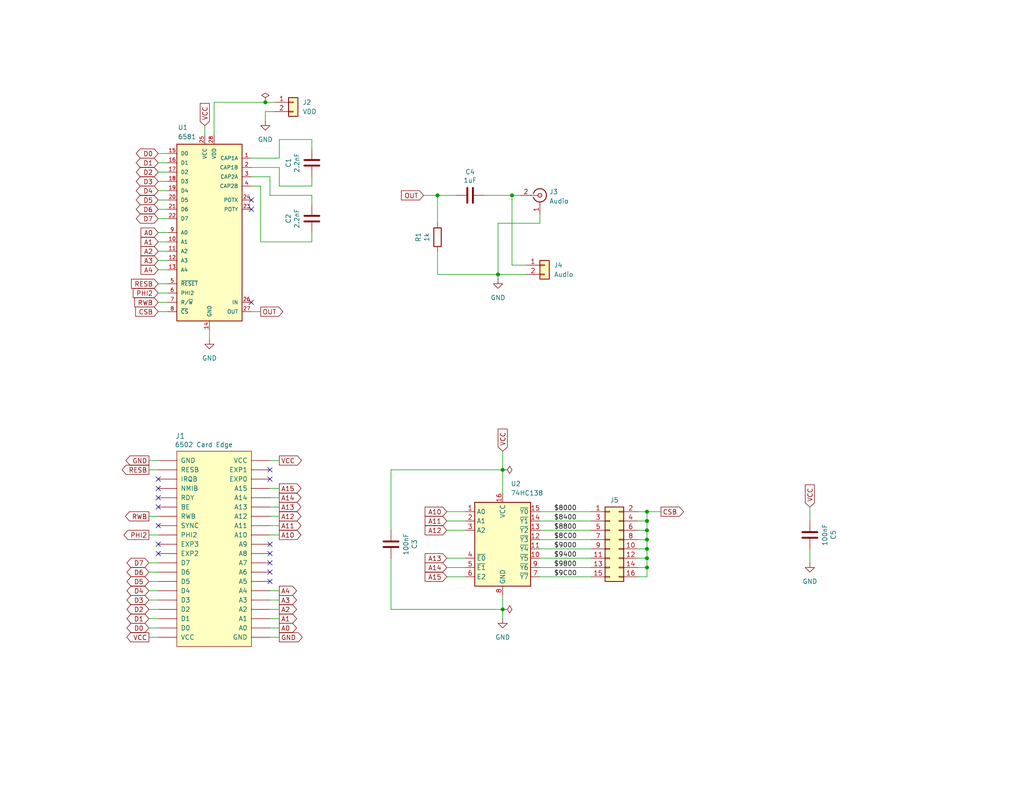
<source format=kicad_sch>
(kicad_sch (version 20250114) (generator "eeschema") (generator_version "9.0")
  (paper "USLetter")
  (title_block (title "6502 Sound Card") (date "2026-01-11") (rev "1.0") (company "A.C. Wright Design"))
  (lib_symbols
    (symbol "6502 Parts:6502 Card Edge" (pin_names (offset 1.016)) (in_bom no)
      (property "Reference" "J" (at -10.16 28.448 0))
      (property "Value" "6502 Card Edge" (at -5.588 26.924 0))
      (symbol "6502 Card Edge_1_0"
        (rectangle (start -10.16 25.4) (end 10.16 -27.94) (fill (type background)))
        (pin power_in line (at -15.24 22.86 0) (length 5.08) (name "GND") (number "GND"))
        (pin bidirectional line (at -15.24 20.32 0) (length 5.08) (name "RESB") (number "RESB"))
        (pin bidirectional line (at -15.24 17.78 0) (length 5.08) (name "IRQB") (number "IRQB"))
        (pin bidirectional line (at -15.24 15.24 0) (length 5.08) (name "NMIB") (number "NMIB"))
        (pin bidirectional line (at -15.24 12.7 0) (length 5.08) (name "RDY") (number "RDY"))
        (pin bidirectional line (at -15.24 10.16 0) (length 5.08) (name "BE") (number "BE"))
        (pin bidirectional line (at -15.24 7.62 0) (length 5.08) (name "RWB") (number "RWB"))
        (pin bidirectional line (at -15.24 5.08 0) (length 5.08) (name "SYNC") (number "SYNC"))
        (pin bidirectional line (at -15.24 2.54 0) (length 5.08) (name "PHI2") (number "PHI2"))
        (pin bidirectional line (at -15.24 0 0) (length 5.08) (name "EXP3") (number "EXP3"))
        (pin bidirectional line (at -15.24 -2.54 0) (length 5.08) (name "EXP2") (number "EXP2"))
        (pin bidirectional line (at -15.24 -5.08 0) (length 5.08) (name "D7") (number "D7"))
        (pin bidirectional line (at -15.24 -7.62 0) (length 5.08) (name "D6") (number "D6"))
        (pin bidirectional line (at -15.24 -10.16 0) (length 5.08) (name "D5") (number "D5"))
        (pin bidirectional line (at -15.24 -12.7 0) (length 5.08) (name "D4") (number "D4"))
        (pin bidirectional line (at -15.24 -15.24 0) (length 5.08) (name "D3") (number "D3"))
        (pin bidirectional line (at -15.24 -17.78 0) (length 5.08) (name "D2") (number "D2"))
        (pin bidirectional line (at -15.24 -20.32 0) (length 5.08) (name "D1") (number "D1"))
        (pin bidirectional line (at -15.24 -22.86 0) (length 5.08) (name "D0") (number "D0"))
        (pin power_in line (at -15.24 -25.4 0) (length 5.08) (name "VCC") (number "VCC"))
        (pin power_in line (at 15.24 22.86 180) (length 5.08) (name "VCC") (number "VCC"))
        (pin bidirectional line (at 15.24 20.32 180) (length 5.08) (name "EXP1") (number "EXP1"))
        (pin bidirectional line (at 15.24 17.78 180) (length 5.08) (name "EXP0") (number "EXP0"))
        (pin bidirectional line (at 15.24 15.24 180) (length 5.08) (name "A15") (number "A15"))
        (pin bidirectional line (at 15.24 12.7 180) (length 5.08) (name "A14") (number "A14"))
        (pin bidirectional line (at 15.24 10.16 180) (length 5.08) (name "A13") (number "A13"))
        (pin bidirectional line (at 15.24 7.62 180) (length 5.08) (name "A12") (number "A12"))
        (pin bidirectional line (at 15.24 5.08 180) (length 5.08) (name "A11") (number "A11"))
        (pin bidirectional line (at 15.24 2.54 180) (length 5.08) (name "A10") (number "A10"))
        (pin bidirectional line (at 15.24 0 180) (length 5.08) (name "A9") (number "A9"))
        (pin bidirectional line (at 15.24 -2.54 180) (length 5.08) (name "A8") (number "A8"))
        (pin bidirectional line (at 15.24 -5.08 180) (length 5.08) (name "A7") (number "A7"))
        (pin bidirectional line (at 15.24 -7.62 180) (length 5.08) (name "A6") (number "A6"))
        (pin bidirectional line (at 15.24 -10.16 180) (length 5.08) (name "A5") (number "A5"))
        (pin bidirectional line (at 15.24 -12.7 180) (length 5.08) (name "A4") (number "A4"))
        (pin bidirectional line (at 15.24 -15.24 180) (length 5.08) (name "A3") (number "A3"))
        (pin bidirectional line (at 15.24 -17.78 180) (length 5.08) (name "A2") (number "A2"))
        (pin bidirectional line (at 15.24 -20.32 180) (length 5.08) (name "A1") (number "A1"))
        (pin bidirectional line (at 15.24 -22.86 180) (length 5.08) (name "A0") (number "A0"))
        (pin power_in line (at 15.24 -25.4 180) (length 5.08) (name "GND") (number "GND"))
      )
    )
    (symbol "6502 Parts:6581" (pin_names (offset 1.016))
      (property "Reference" "U" (at -8.128 27.432 0))
      (property "Value" "6581" (at -6.604 25.146 0))
      (symbol "6581_0_0"
        (rectangle (start -8.89 24.13) (end 8.89 -24.13) (stroke (width 0.25)) (fill (type background)))
      )
      (symbol "6581_1_0"
        (pin bidirectional line (at -11.43 21.59 0) (length 2.54) (name "D0") (number "15"))
        (pin bidirectional line (at -11.43 19.05 0) (length 2.54) (name "D1") (number "16"))
        (pin bidirectional line (at -11.43 16.51 0) (length 2.54) (name "D2") (number "17"))
        (pin bidirectional line (at -11.43 13.97 0) (length 2.54) (name "D3") (number "18"))
        (pin bidirectional line (at -11.43 11.43 0) (length 2.54) (name "D4") (number "19"))
        (pin bidirectional line (at -11.43 8.89 0) (length 2.54) (name "D5") (number "20"))
        (pin bidirectional line (at -11.43 6.35 0) (length 2.54) (name "D6") (number "21"))
        (pin bidirectional line (at -11.43 3.81 0) (length 2.54) (name "D7") (number "22"))
        (pin input line (at -11.43 0 0) (length 2.54) (name "A0") (number "9"))
        (pin input line (at -11.43 -2.54 0) (length 2.54) (name "A1") (number "10"))
        (pin input line (at -11.43 -5.08 0) (length 2.54) (name "A2") (number "11"))
        (pin input line (at -11.43 -7.62 0) (length 2.54) (name "A3") (number "12"))
        (pin input line (at -11.43 -10.16 0) (length 2.54) (name "A4") (number "13"))
        (pin input line (at -11.43 -13.97 0) (length 2.54) (name "~{RESET}") (number "5"))
        (pin input line (at -11.43 -16.51 0) (length 2.54) (name "PHI2") (number "6"))
        (pin input line (at -11.43 -19.05 0) (length 2.54) (name "R/~{W}") (number "7"))
        (pin input line (at -11.43 -21.59 0) (length 2.54) (name "~{CS}") (number "8"))
        (pin power_in line (at -1.27 26.67 270) (length 2.54) (name "VCC") (number "25"))
        (pin power_in line (at 0 -26.67 90) (length 2.54) (name "GND") (number "14"))
        (pin power_in line (at 1.27 26.67 270) (length 2.54) (name "VDD") (number "28"))
        (pin input line (at 11.43 20.32 180) (length 2.54) (name "CAP1A") (number "1"))
        (pin input line (at 11.43 17.78 180) (length 2.54) (name "CAP1B") (number "2"))
        (pin input line (at 11.43 15.24 180) (length 2.54) (name "CAP2A") (number "3"))
        (pin input line (at 11.43 12.7 180) (length 2.54) (name "CAP2B") (number "4"))
        (pin input line (at 11.43 8.89 180) (length 2.54) (name "POTX") (number "24"))
        (pin input line (at 11.43 6.35 180) (length 2.54) (name "POTY") (number "23"))
        (pin passive line (at 11.43 -19.05 180) (length 2.54) (name "IN") (number "26"))
        (pin passive line (at 11.43 -21.59 180) (length 2.54) (name "OUT") (number "27"))
      )
    )
    (symbol "6502 Parts:PJRAN1X1U02X" (pin_names (offset 1.016) (hide yes)) (in_bom no)
      (property "Reference" "J" (at 0.254 3.048 0))
      (property "Value" "PJRAN1X1U02X" (at 2.921 0 90))
      (symbol "PJRAN1X1U02X_0_1"
        (polyline (pts (xy -2.54 0) (xy -0.508 0)))
        (arc (start 1.778 0) (mid 0.222 -1.8079) (end -1.778 -0.508) (stroke (width 0.254)))
        (arc (start -1.778 0.508) (mid 0.2221 1.8084) (end 1.778 0) (stroke (width 0.254)))
        (circle (center 0 0) (radius 0.508) (stroke (width 0.2032)))
        (polyline (pts (xy 0 -2.54) (xy 0 -1.778)))
      )
      (symbol "PJRAN1X1U02X_1_1"
        (pin passive line (at -5.08 0 0) (length 2.54) (name "In") (number "2"))
        (pin passive line (at 0 -5.08 90) (length 2.54) (name "Ext") (number "1"))
      )
    )
    (symbol "74xx:74HC138"
      (property "Reference" "U" (at -7.62 13.97 0))
      (property "Value" "74HC138" (at 2.54 -11.43 0))
      (symbol "74HC138_0_1"
        (rectangle (start -7.62 12.7) (end 7.62 -10.16) (stroke (width 0.254)) (fill (type background)))
      )
      (symbol "74HC138_1_1"
        (pin input line (at -10.16 10.16 0) (length 2.54) (name "A0") (number "1"))
        (pin input line (at -10.16 7.62 0) (length 2.54) (name "A1") (number "2"))
        (pin input line (at -10.16 5.08 0) (length 2.54) (name "A2") (number "3"))
        (pin input line (at -10.16 -2.54 0) (length 2.54) (name "~{E0}") (number "4"))
        (pin input line (at -10.16 -5.08 0) (length 2.54) (name "~{E1}") (number "5"))
        (pin input line (at -10.16 -7.62 0) (length 2.54) (name "E2") (number "6"))
        (pin power_in line (at 0 15.24 270) (length 2.54) (name "VCC") (number "16"))
        (pin power_in line (at 0 -12.7 90) (length 2.54) (name "GND") (number "8"))
        (pin output line (at 10.16 10.16 180) (length 2.54) (name "~{Y0}") (number "15"))
        (pin output line (at 10.16 7.62 180) (length 2.54) (name "~{Y1}") (number "14"))
        (pin output line (at 10.16 5.08 180) (length 2.54) (name "~{Y2}") (number "13"))
        (pin output line (at 10.16 2.54 180) (length 2.54) (name "~{Y3}") (number "12"))
        (pin output line (at 10.16 0 180) (length 2.54) (name "~{Y4}") (number "11"))
        (pin output line (at 10.16 -2.54 180) (length 2.54) (name "~{Y5}") (number "10"))
        (pin output line (at 10.16 -5.08 180) (length 2.54) (name "~{Y6}") (number "9"))
        (pin output line (at 10.16 -7.62 180) (length 2.54) (name "~{Y7}") (number "7"))
      )
    )
    (symbol "Connector_Generic:Conn_01x02" (pin_names (offset 1.016) (hide yes))
      (property "Reference" "J" (at 0 2.54 0))
      (property "Value" "Conn_01x02" (at 0 -5.08 0))
      (symbol "Conn_01x02_1_1"
        (rectangle (start -1.27 1.27) (end 1.27 -3.81) (stroke (width 0.254)) (fill (type background)))
        (rectangle (start -1.27 0.127) (end 0 -0.127) (stroke (width 0.1524)))
        (rectangle (start -1.27 -2.413) (end 0 -2.667) (stroke (width 0.1524)))
        (pin passive line (at -5.08 0 0) (length 3.81) (name "Pin_1") (number "1"))
        (pin passive line (at -5.08 -2.54 0) (length 3.81) (name "Pin_2") (number "2"))
      )
    )
    (symbol "Connector_Generic:Conn_02x08_Odd_Even" (pin_names (offset 1.016) (hide yes))
      (property "Reference" "J" (at 1.27 10.16 0))
      (property "Value" "Conn_02x08_Odd_Even" (at 1.27 -12.7 0))
      (symbol "Conn_02x08_Odd_Even_1_1"
        (rectangle (start -1.27 8.89) (end 3.81 -11.43) (stroke (width 0.254)) (fill (type background)))
        (rectangle (start -1.27 7.747) (end 0 7.493) (stroke (width 0.1524)))
        (rectangle (start -1.27 5.207) (end 0 4.953) (stroke (width 0.1524)))
        (rectangle (start -1.27 2.667) (end 0 2.413) (stroke (width 0.1524)))
        (rectangle (start -1.27 0.127) (end 0 -0.127) (stroke (width 0.1524)))
        (rectangle (start -1.27 -2.413) (end 0 -2.667) (stroke (width 0.1524)))
        (rectangle (start -1.27 -4.953) (end 0 -5.207) (stroke (width 0.1524)))
        (rectangle (start -1.27 -7.493) (end 0 -7.747) (stroke (width 0.1524)))
        (rectangle (start -1.27 -10.033) (end 0 -10.287) (stroke (width 0.1524)))
        (rectangle (start 3.81 7.747) (end 2.54 7.493) (stroke (width 0.1524)))
        (rectangle (start 3.81 5.207) (end 2.54 4.953) (stroke (width 0.1524)))
        (rectangle (start 3.81 2.667) (end 2.54 2.413) (stroke (width 0.1524)))
        (rectangle (start 3.81 0.127) (end 2.54 -0.127) (stroke (width 0.1524)))
        (rectangle (start 3.81 -2.413) (end 2.54 -2.667) (stroke (width 0.1524)))
        (rectangle (start 3.81 -4.953) (end 2.54 -5.207) (stroke (width 0.1524)))
        (rectangle (start 3.81 -7.493) (end 2.54 -7.747) (stroke (width 0.1524)))
        (rectangle (start 3.81 -10.033) (end 2.54 -10.287) (stroke (width 0.1524)))
        (pin passive line (at -5.08 7.62 0) (length 3.81) (name "Pin_1") (number "1"))
        (pin passive line (at -5.08 5.08 0) (length 3.81) (name "Pin_3") (number "3"))
        (pin passive line (at -5.08 2.54 0) (length 3.81) (name "Pin_5") (number "5"))
        (pin passive line (at -5.08 0 0) (length 3.81) (name "Pin_7") (number "7"))
        (pin passive line (at -5.08 -2.54 0) (length 3.81) (name "Pin_9") (number "9"))
        (pin passive line (at -5.08 -5.08 0) (length 3.81) (name "Pin_11") (number "11"))
        (pin passive line (at -5.08 -7.62 0) (length 3.81) (name "Pin_13") (number "13"))
        (pin passive line (at -5.08 -10.16 0) (length 3.81) (name "Pin_15") (number "15"))
        (pin passive line (at 7.62 7.62 180) (length 3.81) (name "Pin_2") (number "2"))
        (pin passive line (at 7.62 5.08 180) (length 3.81) (name "Pin_4") (number "4"))
        (pin passive line (at 7.62 2.54 180) (length 3.81) (name "Pin_6") (number "6"))
        (pin passive line (at 7.62 0 180) (length 3.81) (name "Pin_8") (number "8"))
        (pin passive line (at 7.62 -2.54 180) (length 3.81) (name "Pin_10") (number "10"))
        (pin passive line (at 7.62 -5.08 180) (length 3.81) (name "Pin_12") (number "12"))
        (pin passive line (at 7.62 -7.62 180) (length 3.81) (name "Pin_14") (number "14"))
        (pin passive line (at 7.62 -10.16 180) (length 3.81) (name "Pin_16") (number "16"))
      )
    )
    (symbol "Device:C" (pin_numbers (hide yes)) (pin_names (offset 0.254))
      (property "Reference" "C" (at 0.635 2.54 0))
      (property "Value" "C" (at 0.635 -2.54 0))
      (symbol "C_0_1"
        (polyline (pts (xy -2.032 0.762) (xy 2.032 0.762)) (stroke (width 0.508)))
        (polyline (pts (xy -2.032 -0.762) (xy 2.032 -0.762)) (stroke (width 0.508)))
      )
      (symbol "C_1_1"
        (pin passive line (at 0 3.81 270) (length 2.794) (name "~") (number "1"))
        (pin passive line (at 0 -3.81 90) (length 2.794) (name "~") (number "2"))
      )
    )
    (symbol "Device:R" (pin_numbers (hide yes)) (pin_names (offset 0))
      (property "Reference" "R" (at 2.032 0 90))
      (property "Value" "R" (at 0 0 90))
      (symbol "R_0_1"
        (rectangle (start -1.016 -2.54) (end 1.016 2.54) (stroke (width 0.254)))
      )
      (symbol "R_1_1"
        (pin passive line (at 0 3.81 270) (length 1.27) (name "~") (number "1"))
        (pin passive line (at 0 -3.81 90) (length 1.27) (name "~") (number "2"))
      )
    )
    (symbol "power:GND" (power) (pin_numbers (hide yes)) (pin_names (offset 0) (hide yes))
      (property "Value" "GND" (at 0 -3.81 0))
      (symbol "GND_0_1"
        (polyline (pts (xy 0 0) (xy 0 -1.27) (xy 1.27 -1.27) (xy 0 -2.54) (xy -1.27 -1.27) (xy 0 -1.27)))
      )
      (symbol "GND_1_1"
        (pin power_in line (at 0 0 270) (length 0) (name "~") (number "1"))
      )
    )
    (symbol "power:PWR_FLAG" (power) (pin_numbers (hide yes)) (pin_names (offset 0) (hide yes))
      (property "Value" "PWR_FLAG" (at 0 3.81 0))
      (symbol "PWR_FLAG_0_0"
        (pin power_out line (at 0 0 90) (length 0) (name "~") (number "1"))
      )
      (symbol "PWR_FLAG_0_1"
        (polyline (pts (xy 0 0) (xy 0 1.27) (xy -1.016 1.905) (xy 0 2.54) (xy 1.016 1.905) (xy 0 1.27)))
      )
    )
  )
  (junction (at 135.89 74.93))
  (junction (at 176.53 147.32))
  (junction (at 137.16 128.27))
  (junction (at 119.38 53.34))
  (junction (at 176.53 152.4))
  (junction (at 139.7 53.34))
  (junction (at 176.53 149.86))
  (junction (at 176.53 154.94))
  (junction (at 176.53 144.78))
  (junction (at 176.53 142.24))
  (junction (at 72.39 27.94))
  (junction (at 176.53 139.7))
  (junction (at 137.16 166.37))
  (no_connect (at 68.58 82.55))
  (no_connect (at 68.58 54.61))
  (no_connect (at 73.66 151.13))
  (no_connect (at 43.18 130.81))
  (no_connect (at 43.18 151.13))
  (no_connect (at 43.18 138.43))
  (no_connect (at 43.18 135.89))
  (no_connect (at 73.66 153.67))
  (no_connect (at 73.66 156.21))
  (no_connect (at 43.18 143.51))
  (no_connect (at 43.18 133.35))
  (no_connect (at 43.18 148.59))
  (no_connect (at 73.66 130.81))
  (no_connect (at 73.66 128.27))
  (no_connect (at 73.66 158.75))
  (no_connect (at 73.66 148.59))
  (no_connect (at 68.58 57.15))
  (wire (pts (xy 119.38 53.34) (xy 124.46 53.34)))
  (wire (pts (xy 57.15 90.17) (xy 57.15 92.71)))
  (wire (pts (xy 176.53 147.32) (xy 176.53 144.78)))
  (wire (pts (xy 106.68 166.37) (xy 106.68 152.4)))
  (wire (pts (xy 147.32 157.48) (xy 161.29 157.48)))
  (wire (pts (xy 176.53 157.48) (xy 176.53 154.94)))
  (wire (pts (xy 121.92 142.24) (xy 127 142.24)))
  (wire (pts (xy 220.98 149.86) (xy 220.98 153.67)))
  (wire (pts (xy 220.98 138.43) (xy 220.98 142.24)))
  (wire (pts (xy 71.12 66.04) (xy 71.12 50.8)))
  (wire (pts (xy 40.64 171.45) (xy 43.18 171.45)))
  (wire (pts (xy 106.68 166.37) (xy 137.16 166.37)))
  (wire (pts (xy 137.16 128.27) (xy 106.68 128.27)))
  (wire (pts (xy 40.64 158.75) (xy 43.18 158.75)))
  (wire (pts (xy 73.66 53.34) (xy 85.09 53.34)))
  (wire (pts (xy 85.09 55.88) (xy 85.09 53.34)))
  (wire (pts (xy 73.66 140.97) (xy 76.2 140.97)))
  (wire (pts (xy 132.08 53.34) (xy 139.7 53.34)))
  (wire (pts (xy 147.32 60.96) (xy 147.32 58.42)))
  (wire (pts (xy 73.66 135.89) (xy 76.2 135.89)))
  (wire (pts (xy 43.18 73.66) (xy 45.72 73.66)))
  (wire (pts (xy 176.53 149.86) (xy 176.53 147.32)))
  (wire (pts (xy 73.66 161.29) (xy 76.2 161.29)))
  (wire (pts (xy 137.16 166.37) (xy 137.16 168.91)))
  (wire (pts (xy 72.39 27.94) (xy 74.93 27.94)))
  (wire (pts (xy 147.32 139.7) (xy 161.29 139.7)))
  (wire (pts (xy 147.32 142.24) (xy 161.29 142.24)))
  (wire (pts (xy 176.53 152.4) (xy 176.53 149.86)))
  (wire (pts (xy 43.18 46.99) (xy 45.72 46.99)))
  (wire (pts (xy 73.66 53.34) (xy 73.66 48.26)))
  (wire (pts (xy 40.64 156.21) (xy 43.18 156.21)))
  (wire (pts (xy 40.64 163.83) (xy 43.18 163.83)))
  (wire (pts (xy 76.2 43.18) (xy 68.58 43.18)))
  (wire (pts (xy 176.53 139.7) (xy 180.34 139.7)))
  (wire (pts (xy 76.2 50.8) (xy 76.2 45.72)))
  (wire (pts (xy 43.18 82.55) (xy 45.72 82.55)))
  (wire (pts (xy 147.32 149.86) (xy 161.29 149.86)))
  (wire (pts (xy 40.64 161.29) (xy 43.18 161.29)))
  (wire (pts (xy 106.68 128.27) (xy 106.68 144.78)))
  (wire (pts (xy 135.89 74.93) (xy 143.51 74.93)))
  (wire (pts (xy 40.64 146.05) (xy 43.18 146.05)))
  (wire (pts (xy 73.66 125.73) (xy 76.2 125.73)))
  (wire (pts (xy 176.53 144.78) (xy 176.53 142.24)))
  (wire (pts (xy 40.64 125.73) (xy 43.18 125.73)))
  (wire (pts (xy 139.7 53.34) (xy 142.24 53.34)))
  (wire (pts (xy 173.99 139.7) (xy 176.53 139.7)))
  (wire (pts (xy 85.09 48.26) (xy 85.09 50.8)))
  (wire (pts (xy 40.64 128.27) (xy 43.18 128.27)))
  (wire (pts (xy 43.18 71.12) (xy 45.72 71.12)))
  (wire (pts (xy 43.18 52.07) (xy 45.72 52.07)))
  (wire (pts (xy 137.16 128.27) (xy 137.16 123.19)))
  (wire (pts (xy 73.66 48.26) (xy 68.58 48.26)))
  (wire (pts (xy 85.09 40.64) (xy 85.09 38.1)))
  (wire (pts (xy 43.18 41.91) (xy 45.72 41.91)))
  (wire (pts (xy 40.64 173.99) (xy 43.18 173.99)))
  (wire (pts (xy 73.66 171.45) (xy 76.2 171.45)))
  (wire (pts (xy 73.66 173.99) (xy 76.2 173.99)))
  (wire (pts (xy 121.92 152.4) (xy 127 152.4)))
  (wire (pts (xy 143.51 72.39) (xy 139.7 72.39)))
  (wire (pts (xy 40.64 153.67) (xy 43.18 153.67)))
  (wire (pts (xy 121.92 144.78) (xy 127 144.78)))
  (wire (pts (xy 72.39 30.48) (xy 74.93 30.48)))
  (wire (pts (xy 73.66 133.35) (xy 76.2 133.35)))
  (wire (pts (xy 40.64 140.97) (xy 43.18 140.97)))
  (wire (pts (xy 40.64 168.91) (xy 43.18 168.91)))
  (wire (pts (xy 176.53 142.24) (xy 173.99 142.24)))
  (wire (pts (xy 43.18 77.47) (xy 45.72 77.47)))
  (wire (pts (xy 73.66 163.83) (xy 76.2 163.83)))
  (wire (pts (xy 135.89 74.93) (xy 135.89 76.2)))
  (wire (pts (xy 173.99 144.78) (xy 176.53 144.78)))
  (wire (pts (xy 119.38 68.58) (xy 119.38 74.93)))
  (wire (pts (xy 121.92 157.48) (xy 127 157.48)))
  (wire (pts (xy 43.18 57.15) (xy 45.72 57.15)))
  (wire (pts (xy 73.66 168.91) (xy 76.2 168.91)))
  (wire (pts (xy 43.18 44.45) (xy 45.72 44.45)))
  (wire (pts (xy 73.66 143.51) (xy 76.2 143.51)))
  (wire (pts (xy 76.2 45.72) (xy 68.58 45.72)))
  (wire (pts (xy 137.16 162.56) (xy 137.16 166.37)))
  (wire (pts (xy 147.32 144.78) (xy 161.29 144.78)))
  (wire (pts (xy 85.09 50.8) (xy 76.2 50.8)))
  (wire (pts (xy 43.18 85.09) (xy 45.72 85.09)))
  (wire (pts (xy 176.53 142.24) (xy 176.53 139.7)))
  (wire (pts (xy 121.92 139.7) (xy 127 139.7)))
  (wire (pts (xy 176.53 149.86) (xy 173.99 149.86)))
  (wire (pts (xy 43.18 68.58) (xy 45.72 68.58)))
  (wire (pts (xy 147.32 147.32) (xy 161.29 147.32)))
  (wire (pts (xy 176.53 154.94) (xy 176.53 152.4)))
  (wire (pts (xy 137.16 128.27) (xy 137.16 134.62)))
  (wire (pts (xy 76.2 38.1) (xy 76.2 43.18)))
  (wire (pts (xy 85.09 66.04) (xy 71.12 66.04)))
  (wire (pts (xy 43.18 54.61) (xy 45.72 54.61)))
  (wire (pts (xy 121.92 154.94) (xy 127 154.94)))
  (wire (pts (xy 147.32 152.4) (xy 161.29 152.4)))
  (wire (pts (xy 176.53 154.94) (xy 173.99 154.94)))
  (wire (pts (xy 176.53 152.4) (xy 173.99 152.4)))
  (wire (pts (xy 73.66 138.43) (xy 76.2 138.43)))
  (wire (pts (xy 58.42 36.83) (xy 58.42 27.94)))
  (wire (pts (xy 73.66 166.37) (xy 76.2 166.37)))
  (wire (pts (xy 139.7 72.39) (xy 139.7 53.34)))
  (wire (pts (xy 119.38 74.93) (xy 135.89 74.93)))
  (wire (pts (xy 119.38 60.96) (xy 119.38 53.34)))
  (wire (pts (xy 71.12 50.8) (xy 68.58 50.8)))
  (wire (pts (xy 72.39 33.02) (xy 72.39 30.48)))
  (wire (pts (xy 43.18 66.04) (xy 45.72 66.04)))
  (wire (pts (xy 176.53 147.32) (xy 173.99 147.32)))
  (wire (pts (xy 43.18 63.5) (xy 45.72 63.5)))
  (wire (pts (xy 43.18 59.69) (xy 45.72 59.69)))
  (wire (pts (xy 85.09 38.1) (xy 76.2 38.1)))
  (wire (pts (xy 73.66 146.05) (xy 76.2 146.05)))
  (wire (pts (xy 115.57 53.34) (xy 119.38 53.34)))
  (wire (pts (xy 135.89 60.96) (xy 147.32 60.96)))
  (wire (pts (xy 43.18 80.01) (xy 45.72 80.01)))
  (wire (pts (xy 173.99 157.48) (xy 176.53 157.48)))
  (wire (pts (xy 40.64 166.37) (xy 43.18 166.37)))
  (wire (pts (xy 68.58 85.09) (xy 71.12 85.09)))
  (wire (pts (xy 135.89 60.96) (xy 135.89 74.93)))
  (wire (pts (xy 147.32 154.94) (xy 161.29 154.94)))
  (wire (pts (xy 55.88 34.29) (xy 55.88 36.83)))
  (wire (pts (xy 58.42 27.94) (xy 72.39 27.94)))
  (wire (pts (xy 85.09 63.5) (xy 85.09 66.04)))
  (wire (pts (xy 43.18 49.53) (xy 45.72 49.53)))
  (label "$8400" (at 151.13 142.24 0))
  (label "$9C00" (at 151.13 157.48 0))
  (label "$9000" (at 151.13 149.86 0))
  (label "$8800" (at 151.13 144.78 0))
  (label "$8000" (at 151.13 139.7 0))
  (label "$9400" (at 151.13 152.4 0))
  (label "$9800" (at 151.13 154.94 0))
  (label "$8C00" (at 151.13 147.32 0))
  (global_label "D5" (shape bidirectional) (at 40.64 158.75 180) (property "Intersheetrefs" "${INTERSHEET_REFS}" (effects (hide yes))))
  (global_label "D0" (shape bidirectional) (at 43.18 41.91 180) (property "Intersheetrefs" "${INTERSHEET_REFS}" (effects (hide yes))))
  (global_label "A11" (shape input) (at 121.92 142.24 180) (property "Intersheetrefs" "${INTERSHEET_REFS}" (effects (hide yes))))
  (global_label "A13" (shape output) (at 76.2 138.43 0) (property "Intersheetrefs" "${INTERSHEET_REFS}" (effects (hide yes))))
  (global_label "VCC" (shape input) (at 137.16 123.19 90) (property "Intersheetrefs" "${INTERSHEET_REFS}" (effects (hide yes))))
  (global_label "A12" (shape input) (at 121.92 144.78 180) (property "Intersheetrefs" "${INTERSHEET_REFS}" (effects (hide yes))))
  (global_label "RWB" (shape input) (at 43.18 82.55 180) (property "Intersheetrefs" "${INTERSHEET_REFS}" (effects (hide yes))))
  (global_label "D1" (shape bidirectional) (at 43.18 44.45 180) (property "Intersheetrefs" "${INTERSHEET_REFS}" (effects (hide yes))))
  (global_label "A13" (shape input) (at 121.92 152.4 180) (property "Intersheetrefs" "${INTERSHEET_REFS}" (effects (hide yes))))
  (global_label "PHI2" (shape input) (at 43.18 80.01 180) (property "Intersheetrefs" "${INTERSHEET_REFS}" (effects (hide yes))))
  (global_label "D1" (shape bidirectional) (at 40.64 168.91 180) (property "Intersheetrefs" "${INTERSHEET_REFS}" (effects (hide yes))))
  (global_label "CSB" (shape input) (at 43.18 85.09 180) (property "Intersheetrefs" "${INTERSHEET_REFS}" (effects (hide yes))))
  (global_label "RESB" (shape input) (at 43.18 77.47 180) (property "Intersheetrefs" "${INTERSHEET_REFS}" (effects (hide yes))))
  (global_label "A15" (shape output) (at 76.2 133.35 0) (property "Intersheetrefs" "${INTERSHEET_REFS}" (effects (hide yes))))
  (global_label "VCC" (shape output) (at 40.64 173.99 180) (property "Intersheetrefs" "${INTERSHEET_REFS}" (effects (hide yes))))
  (global_label "A14" (shape output) (at 76.2 135.89 0) (property "Intersheetrefs" "${INTERSHEET_REFS}" (effects (hide yes))))
  (global_label "D3" (shape bidirectional) (at 40.64 163.83 180) (property "Intersheetrefs" "${INTERSHEET_REFS}" (effects (hide yes))))
  (global_label "VCC" (shape input) (at 220.98 138.43 90) (property "Intersheetrefs" "${INTERSHEET_REFS}" (effects (hide yes))))
  (global_label "D3" (shape bidirectional) (at 43.18 49.53 180) (property "Intersheetrefs" "${INTERSHEET_REFS}" (effects (hide yes))))
  (global_label "A14" (shape input) (at 121.92 154.94 180) (property "Intersheetrefs" "${INTERSHEET_REFS}" (effects (hide yes))))
  (global_label "GND" (shape output) (at 76.2 173.99 0) (property "Intersheetrefs" "${INTERSHEET_REFS}" (effects (hide yes))))
  (global_label "A10" (shape input) (at 121.92 139.7 180) (property "Intersheetrefs" "${INTERSHEET_REFS}" (effects (hide yes))))
  (global_label "A2" (shape output) (at 76.2 166.37 0) (property "Intersheetrefs" "${INTERSHEET_REFS}" (effects (hide yes))))
  (global_label "A1" (shape output) (at 76.2 168.91 0) (property "Intersheetrefs" "${INTERSHEET_REFS}" (effects (hide yes))))
  (global_label "RWB" (shape output) (at 40.64 140.97 180) (property "Intersheetrefs" "${INTERSHEET_REFS}" (effects (hide yes))))
  (global_label "D2" (shape bidirectional) (at 40.64 166.37 180) (property "Intersheetrefs" "${INTERSHEET_REFS}" (effects (hide yes))))
  (global_label "A0" (shape output) (at 76.2 171.45 0) (property "Intersheetrefs" "${INTERSHEET_REFS}" (effects (hide yes))))
  (global_label "A3" (shape input) (at 43.18 71.12 180) (property "Intersheetrefs" "${INTERSHEET_REFS}" (effects (hide yes))))
  (global_label "D7" (shape bidirectional) (at 40.64 153.67 180) (property "Intersheetrefs" "${INTERSHEET_REFS}" (effects (hide yes))))
  (global_label "A3" (shape output) (at 76.2 163.83 0) (property "Intersheetrefs" "${INTERSHEET_REFS}" (effects (hide yes))))
  (global_label "D6" (shape bidirectional) (at 40.64 156.21 180) (property "Intersheetrefs" "${INTERSHEET_REFS}" (effects (hide yes))))
  (global_label "CSB" (shape output) (at 180.34 139.7 0) (property "Intersheetrefs" "${INTERSHEET_REFS}" (effects (hide yes))))
  (global_label "A2" (shape input) (at 43.18 68.58 180) (property "Intersheetrefs" "${INTERSHEET_REFS}" (effects (hide yes))))
  (global_label "A4" (shape input) (at 43.18 73.66 180) (property "Intersheetrefs" "${INTERSHEET_REFS}" (effects (hide yes))))
  (global_label "A4" (shape output) (at 76.2 161.29 0) (property "Intersheetrefs" "${INTERSHEET_REFS}" (effects (hide yes))))
  (global_label "D4" (shape bidirectional) (at 40.64 161.29 180) (property "Intersheetrefs" "${INTERSHEET_REFS}" (effects (hide yes))))
  (global_label "D4" (shape bidirectional) (at 43.18 52.07 180) (property "Intersheetrefs" "${INTERSHEET_REFS}" (effects (hide yes))))
  (global_label "RESB" (shape output) (at 40.64 128.27 180) (property "Intersheetrefs" "${INTERSHEET_REFS}" (effects (hide yes))))
  (global_label "OUT" (shape input) (at 115.57 53.34 180) (property "Intersheetrefs" "${INTERSHEET_REFS}" (effects (hide yes))))
  (global_label "A0" (shape input) (at 43.18 63.5 180) (property "Intersheetrefs" "${INTERSHEET_REFS}" (effects (hide yes))))
  (global_label "A10" (shape output) (at 76.2 146.05 0) (property "Intersheetrefs" "${INTERSHEET_REFS}" (effects (hide yes))))
  (global_label "OUT" (shape output) (at 71.12 85.09 0) (property "Intersheetrefs" "${INTERSHEET_REFS}" (effects (hide yes))))
  (global_label "PHI2" (shape output) (at 40.64 146.05 180) (property "Intersheetrefs" "${INTERSHEET_REFS}" (effects (hide yes))))
  (global_label "GND" (shape output) (at 40.64 125.73 180) (property "Intersheetrefs" "${INTERSHEET_REFS}" (effects (hide yes))))
  (global_label "A15" (shape input) (at 121.92 157.48 180) (property "Intersheetrefs" "${INTERSHEET_REFS}" (effects (hide yes))))
  (global_label "VCC" (shape output) (at 76.2 125.73 0) (property "Intersheetrefs" "${INTERSHEET_REFS}" (effects (hide yes))))
  (global_label "D6" (shape bidirectional) (at 43.18 57.15 180) (property "Intersheetrefs" "${INTERSHEET_REFS}" (effects (hide yes))))
  (global_label "A12" (shape output) (at 76.2 140.97 0) (property "Intersheetrefs" "${INTERSHEET_REFS}" (effects (hide yes))))
  (global_label "D5" (shape bidirectional) (at 43.18 54.61 180) (property "Intersheetrefs" "${INTERSHEET_REFS}" (effects (hide yes))))
  (global_label "D2" (shape bidirectional) (at 43.18 46.99 180) (property "Intersheetrefs" "${INTERSHEET_REFS}" (effects (hide yes))))
  (global_label "D7" (shape bidirectional) (at 43.18 59.69 180) (property "Intersheetrefs" "${INTERSHEET_REFS}" (effects (hide yes))))
  (global_label "A1" (shape input) (at 43.18 66.04 180) (property "Intersheetrefs" "${INTERSHEET_REFS}" (effects (hide yes))))
  (global_label "VCC" (shape input) (at 55.88 34.29 90) (property "Intersheetrefs" "${INTERSHEET_REFS}" (effects (hide yes))))
  (global_label "D0" (shape bidirectional) (at 40.64 171.45 180) (property "Intersheetrefs" "${INTERSHEET_REFS}" (effects (hide yes))))
  (global_label "A11" (shape output) (at 76.2 143.51 0) (property "Intersheetrefs" "${INTERSHEET_REFS}" (effects (hide yes))))
  (symbol (lib_id "6502 Parts:PJRAN1X1U02X") (at 147.32 53.34 0) (unit 1) (in_bom no)
    (property "Reference" "J3" (at 149.86 52.3631 0) (effects (justify left)))
    (property "Value" "Audio" (at 149.86 54.9031 0) (effects (justify left)))
    (property "Footprint" "6502 Parts:SWITCHCRAFT_PJRAN1X1U02X" (effects (hide yes)))
    (property "Datasheet" "https://www.switchcraft.com/assets/1/24/pjran1x1u__x_series_cd.pdf?4664" (effects (hide yes)))
    (property "Description" "RCA Connector" (effects (hide yes)))
    (property "Digikey" "https://www.digikey.com/en/products/detail/switchcraft-inc/PJRAN1X1U02X/1832412" (effects (hide yes)))
  )
  (symbol (lib_id "power:GND") (at 220.98 153.67 0) (unit 1)
    (property "Reference" "#PWR05" (effects (hide yes)))
    (property "Value" "GND" (at 220.98 158.75 0))
    (property "Description" "Power symbol creates a global label with name \"GND\" , ground" (effects (hide yes)))
  )
  (symbol (lib_id "Connector_Generic:Conn_02x08_Odd_Even") (at 166.37 147.32 0) (unit 1) (in_bom no)
    (property "Reference" "J5" (at 167.64 136.525 0))
    (property "Value" "Conn_02x08_Odd_Even" (effects (hide yes)))
    (property "Footprint" "Connector_PinHeader_2.54mm:PinHeader_2x08_P2.54mm_Vertical" (effects (hide yes)))
  )
  (symbol (lib_id "74xx:74HC138") (at 137.16 149.86 0) (unit 1)
    (property "Reference" "U2" (at 139.3541 132.08 0) (effects (justify left)))
    (property "Value" "74HC138" (at 139.3541 134.62 0) (effects (justify left)))
    (property "Footprint" "Package_SO:SOIC-16_3.9x9.9mm_P1.27mm" (effects (hide yes)))
    (property "Datasheet" "http://www.ti.com/lit/ds/symlink/cd74hc238.pdf" (effects (hide yes)))
    (property "Description" "3-to-8 line decoder/multiplexer inverting, DIP-16/SOIC-16/SSOP-16" (effects (hide yes)))
    (property "LCSC" "C5602" (effects (hide yes)))
  )
  (symbol (lib_id "power:PWR_FLAG") (at 137.16 128.27 270) (unit 1)
    (property "Reference" "#FLG02" (effects (hide yes)))
    (property "Value" "PWR_FLAG" (effects (hide yes)))
    (property "Description" "Special symbol for telling ERC where power comes from" (effects (hide yes)))
  )
  (symbol (lib_id "Device:C") (at 220.98 146.05 0) (unit 1)
    (property "Reference" "C5" (at 227.3808 146.05 90))
    (property "Value" "100nF" (at 225.0694 146.05 90))
    (property "Footprint" "Capacitor_SMD:C_0805_2012Metric" (effects (hide yes)))
    (property "LCSC" "C49678" (effects (hide yes)))
  )
  (symbol (lib_id "power:GND") (at 135.89 76.2 0) (unit 1)
    (property "Reference" "#PWR03" (effects (hide yes)))
    (property "Value" "GND" (at 135.89 81.28 0))
    (property "Description" "Power symbol creates a global label with name \"GND\" , ground" (effects (hide yes)))
  )
  (symbol (lib_id "Connector_Generic:Conn_01x02") (at 80.01 27.94 0) (unit 1) (in_bom no)
    (property "Reference" "J2" (at 82.55 27.9399 0) (effects (justify left)))
    (property "Value" "VDD" (at 82.55 30.4799 0) (effects (justify left)))
    (property "Footprint" "Connector_JST:JST_XH_B2B-XH-A_1x02_P2.50mm_Vertical" (effects (hide yes)))
    (property "Description" "Generic connector, single row, 01x02, script generated (kicad-library-utils/schlib/autogen/connector/)" (effects (hide yes)))
  )
  (symbol (lib_id "Device:C") (at 128.27 53.34 90) (unit 1)
    (property "Reference" "C4" (at 128.27 46.9392 90))
    (property "Value" "1uF" (at 128.27 49.2506 90))
    (property "Footprint" "Capacitor_SMD:C_0805_2012Metric" (effects (hide yes)))
    (property "LCSC" "C28323" (effects (hide yes)))
  )
  (symbol (lib_id "Device:R") (at 119.38 64.77 0) (unit 1)
    (property "Reference" "R1" (at 114.1222 64.77 90))
    (property "Value" "1k" (at 116.4336 64.77 90))
    (property "Footprint" "Resistor_SMD:R_0805_2012Metric" (effects (hide yes)))
    (property "Description" "Resistor" (effects (hide yes)))
    (property "LCSC" "C17513" (effects (hide yes)))
  )
  (symbol (lib_id "Device:C") (at 85.09 59.69 180) (unit 1)
    (property "Reference" "C2" (at 78.6892 59.69 90))
    (property "Value" "2.2nF" (at 81.0006 59.69 90))
    (property "Footprint" "Capacitor_SMD:C_0805_2012Metric" (effects (hide yes)))
    (property "LCSC" "C28260" (effects (hide yes)))
  )
  (symbol (lib_id "Connector_Generic:Conn_01x02") (at 148.59 72.39 0) (unit 1) (in_bom no)
    (property "Reference" "J4" (at 151.13 72.3899 0) (effects (justify left)))
    (property "Value" "Audio" (at 151.13 74.9299 0) (effects (justify left)))
    (property "Footprint" "Connector_JST:JST_XH_B2B-XH-A_1x02_P2.50mm_Vertical" (effects (hide yes)))
    (property "Description" "Generic connector, single row, 01x02, script generated (kicad-library-utils/schlib/autogen/connector/)" (effects (hide yes)))
  )
  (symbol (lib_id "6502 Parts:6581") (at 57.15 63.5 0) (unit 1)
    (property "Reference" "U1" (at 48.514 34.798 0) (effects (justify left)))
    (property "Value" "6581" (at 48.514 37.338 0) (effects (justify left)))
    (property "Footprint" "Package_DIP:DIP-28_W15.24mm_Socket_LongPads" (effects (hide yes)))
    (property "Datasheet" "http://datasheets.diptrace.com\\st_micro\\M27C256B.pdf" (effects (hide yes)))
    (property "MF" "General Instrument" (effects (hide yes)))
    (property "Description_1" "\n" (effects (hide yes)))
    (property "Package" "None" (effects (hide yes)))
    (property "Price" "None" (effects (hide yes)))
    (property "Check_prices" "https://www.snapeda.com/parts/AY-3-8912/General+Instrument/view-part/?ref=eda" (effects (hide yes)))
    (property "SnapEDA_Link" "https://www.snapeda.com/parts/AY-3-8912/General+Instrument/view-part/?ref=snap" (effects (hide yes)))
    (property "MP" "AY-3-8912" (effects (hide yes)))
    (property "Availability" "Not in stock" (effects (hide yes)))
    (property "MANUFACTURER" "ST Microelectronics" (effects (hide yes)))
  )
  (symbol (lib_id "6502 Parts:6502 Card Edge") (at 58.42 148.59 0) (unit 1) (in_bom no)
    (property "Reference" "J1" (at 47.752 119.888 0) (effects (font (size 1.4986 1.4986)) (justify left bottom)))
    (property "Value" "6502 Card Edge" (at 55.626 121.412 0))
    (property "Footprint" "6502 Parts:6502 Card Edge" (effects (hide yes)))
  )
  (symbol (lib_id "power:PWR_FLAG") (at 137.16 166.37 270) (unit 1)
    (property "Reference" "#FLG03" (effects (hide yes)))
    (property "Value" "PWR_FLAG" (effects (hide yes)))
    (property "Description" "Special symbol for telling ERC where power comes from" (effects (hide yes)))
  )
  (symbol (lib_id "power:GND") (at 137.16 168.91 0) (unit 1)
    (property "Reference" "#PWR04" (effects (hide yes)))
    (property "Value" "GND" (at 137.16 173.99 0))
    (property "Description" "Power symbol creates a global label with name \"GND\" , ground" (effects (hide yes)))
  )
  (symbol (lib_id "Device:C") (at 106.68 148.59 0) (unit 1)
    (property "Reference" "C3" (at 113.0808 148.59 90))
    (property "Value" "100nF" (at 110.7694 148.59 90))
    (property "Footprint" "Capacitor_SMD:C_0805_2012Metric" (effects (hide yes)))
    (property "LCSC" "C49678" (effects (hide yes)))
  )
  (symbol (lib_id "power:PWR_FLAG") (at 72.39 27.94 0) (unit 1)
    (property "Reference" "#FLG01" (effects (hide yes)))
    (property "Value" "PWR_FLAG" (effects (hide yes)))
    (property "Description" "Special symbol for telling ERC where power comes from" (effects (hide yes)))
  )
  (symbol (lib_id "Device:C") (at 85.09 44.45 180) (unit 1)
    (property "Reference" "C1" (at 78.6892 44.45 90))
    (property "Value" "2.2nF" (at 81.0006 44.45 90))
    (property "Footprint" "Capacitor_SMD:C_0805_2012Metric" (effects (hide yes)))
    (property "LCSC" "C28260" (effects (hide yes)))
  )
  (symbol (lib_id "power:GND") (at 72.39 33.02 0) (unit 1)
    (property "Reference" "#PWR02" (effects (hide yes)))
    (property "Value" "GND" (at 72.39 38.1 0))
    (property "Description" "Power symbol creates a global label with name \"GND\" , ground" (effects (hide yes)))
  )
  (symbol (lib_id "power:GND") (at 57.15 92.71 0) (unit 1)
    (property "Reference" "#PWR01" (effects (hide yes)))
    (property "Value" "GND" (at 57.15 97.79 0))
    (property "Description" "Power symbol creates a global label with name \"GND\" , ground" (effects (hide yes)))
  )
)
</source>
